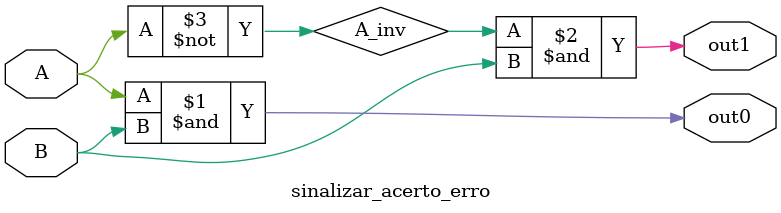
<source format=v>
module sinalizar_acerto_erro(A, B, out0, out1);
	input A, B;
	output out0, out1;
	
	wire A_inv;
	
	not (A_inv, A);
		
		
	and And36 (out0, A, B);
	and And37(out1, A_inv, B);

endmodule 
</source>
